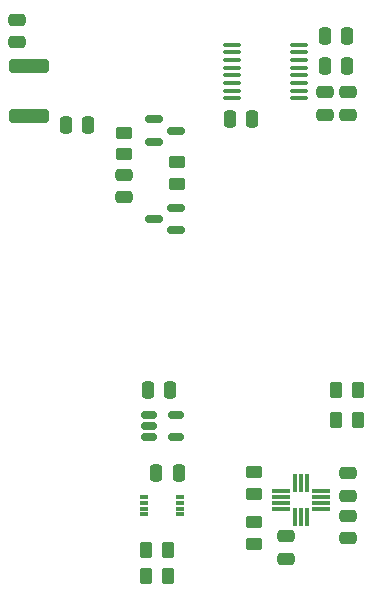
<source format=gtp>
G04 #@! TF.GenerationSoftware,KiCad,Pcbnew,6.0.9-8da3e8f707~116~ubuntu20.04.1*
G04 #@! TF.CreationDate,2022-11-15T09:37:26-05:00*
G04 #@! TF.ProjectId,dynamixel_control,64796e61-6d69-4786-956c-5f636f6e7472,rev?*
G04 #@! TF.SameCoordinates,Original*
G04 #@! TF.FileFunction,Paste,Top*
G04 #@! TF.FilePolarity,Positive*
%FSLAX46Y46*%
G04 Gerber Fmt 4.6, Leading zero omitted, Abs format (unit mm)*
G04 Created by KiCad (PCBNEW 6.0.9-8da3e8f707~116~ubuntu20.04.1) date 2022-11-15 09:37:26*
%MOMM*%
%LPD*%
G01*
G04 APERTURE LIST*
G04 Aperture macros list*
%AMRoundRect*
0 Rectangle with rounded corners*
0 $1 Rounding radius*
0 $2 $3 $4 $5 $6 $7 $8 $9 X,Y pos of 4 corners*
0 Add a 4 corners polygon primitive as box body*
4,1,4,$2,$3,$4,$5,$6,$7,$8,$9,$2,$3,0*
0 Add four circle primitives for the rounded corners*
1,1,$1+$1,$2,$3*
1,1,$1+$1,$4,$5*
1,1,$1+$1,$6,$7*
1,1,$1+$1,$8,$9*
0 Add four rect primitives between the rounded corners*
20,1,$1+$1,$2,$3,$4,$5,0*
20,1,$1+$1,$4,$5,$6,$7,0*
20,1,$1+$1,$6,$7,$8,$9,0*
20,1,$1+$1,$8,$9,$2,$3,0*%
G04 Aperture macros list end*
%ADD10RoundRect,0.250000X-0.450000X0.262500X-0.450000X-0.262500X0.450000X-0.262500X0.450000X0.262500X0*%
%ADD11RoundRect,0.250000X-0.475000X0.250000X-0.475000X-0.250000X0.475000X-0.250000X0.475000X0.250000X0*%
%ADD12RoundRect,0.250000X-0.250000X-0.475000X0.250000X-0.475000X0.250000X0.475000X-0.250000X0.475000X0*%
%ADD13RoundRect,0.250000X0.262500X0.450000X-0.262500X0.450000X-0.262500X-0.450000X0.262500X-0.450000X0*%
%ADD14RoundRect,0.250000X-0.262500X-0.450000X0.262500X-0.450000X0.262500X0.450000X-0.262500X0.450000X0*%
%ADD15RoundRect,0.250000X0.475000X-0.250000X0.475000X0.250000X-0.475000X0.250000X-0.475000X-0.250000X0*%
%ADD16RoundRect,0.150000X0.587500X0.150000X-0.587500X0.150000X-0.587500X-0.150000X0.587500X-0.150000X0*%
%ADD17RoundRect,0.250000X0.450000X-0.262500X0.450000X0.262500X-0.450000X0.262500X-0.450000X-0.262500X0*%
%ADD18RoundRect,0.150000X-0.587500X-0.150000X0.587500X-0.150000X0.587500X0.150000X-0.587500X0.150000X0*%
%ADD19R,1.500000X0.300000*%
%ADD20R,0.300000X1.500000*%
%ADD21RoundRect,0.150000X-0.512500X-0.150000X0.512500X-0.150000X0.512500X0.150000X-0.512500X0.150000X0*%
%ADD22RoundRect,0.100000X0.637500X0.100000X-0.637500X0.100000X-0.637500X-0.100000X0.637500X-0.100000X0*%
%ADD23RoundRect,0.250000X-1.450000X0.312500X-1.450000X-0.312500X1.450000X-0.312500X1.450000X0.312500X0*%
%ADD24R,0.800000X0.300000*%
%ADD25RoundRect,0.250000X0.250000X0.475000X-0.250000X0.475000X-0.250000X-0.475000X0.250000X-0.475000X0*%
G04 APERTURE END LIST*
D10*
X30500000Y-37175000D03*
X30500000Y-39000000D03*
D11*
X47500000Y-33750000D03*
X47500000Y-35650000D03*
D12*
X47500000Y-29000000D03*
X49400000Y-29000000D03*
D11*
X44250000Y-71350000D03*
X44250000Y-73250000D03*
X49500000Y-69600000D03*
X49500000Y-71500000D03*
X30500000Y-40750000D03*
X30500000Y-42650000D03*
D10*
X35000000Y-39675000D03*
X35000000Y-41500000D03*
D13*
X34250000Y-74750000D03*
X32425000Y-74750000D03*
D14*
X48500000Y-61500000D03*
X50325000Y-61500000D03*
D12*
X47500000Y-31500000D03*
X49400000Y-31500000D03*
D15*
X49500000Y-35650000D03*
X49500000Y-33750000D03*
D12*
X33250000Y-66000000D03*
X35150000Y-66000000D03*
D16*
X34937500Y-45450000D03*
X34937500Y-43550000D03*
X33062500Y-44500000D03*
D17*
X41500000Y-67750000D03*
X41500000Y-65925000D03*
D15*
X21500000Y-29500000D03*
X21500000Y-27600000D03*
D18*
X33062500Y-36050000D03*
X33062500Y-37950000D03*
X34937500Y-37000000D03*
D12*
X25600000Y-36500000D03*
X27500000Y-36500000D03*
D19*
X43825000Y-67500000D03*
X43825000Y-69000000D03*
D20*
X45000000Y-69675000D03*
D19*
X47175000Y-67500000D03*
X47175000Y-68000000D03*
X43825000Y-68500000D03*
X43825000Y-68000000D03*
D20*
X46000000Y-69675000D03*
X45500000Y-69675000D03*
D19*
X47175000Y-69000000D03*
X47175000Y-68500000D03*
D20*
X46000000Y-66825000D03*
X45500000Y-66825000D03*
X45000000Y-66825000D03*
D12*
X39500000Y-36000000D03*
X41400000Y-36000000D03*
D15*
X49500000Y-67900000D03*
X49500000Y-66000000D03*
D21*
X32612500Y-61050000D03*
X32612500Y-62000000D03*
X32612500Y-62950000D03*
X34887500Y-62950000D03*
X34887500Y-61050000D03*
D14*
X32425000Y-72500000D03*
X34250000Y-72500000D03*
X48500000Y-59000000D03*
X50325000Y-59000000D03*
D22*
X45362500Y-34275000D03*
X45362500Y-33625000D03*
X45362500Y-32975000D03*
X45362500Y-32325000D03*
X45362500Y-31675000D03*
X45362500Y-31025000D03*
X45362500Y-30375000D03*
X45362500Y-29725000D03*
X39637500Y-29725000D03*
X39637500Y-30375000D03*
X39637500Y-31025000D03*
X39637500Y-31675000D03*
X39637500Y-32325000D03*
X39637500Y-32975000D03*
X39637500Y-33625000D03*
X39637500Y-34275000D03*
D17*
X41500000Y-72000000D03*
X41500000Y-70175000D03*
D23*
X22500000Y-31500000D03*
X22500000Y-35775000D03*
D24*
X32200000Y-68000000D03*
X32200000Y-68500000D03*
X32200000Y-69000000D03*
X32200000Y-69500000D03*
X35300000Y-69500000D03*
X35300000Y-69000000D03*
X35300000Y-68500000D03*
X35300000Y-68000000D03*
D25*
X34450000Y-59000000D03*
X32550000Y-59000000D03*
M02*

</source>
